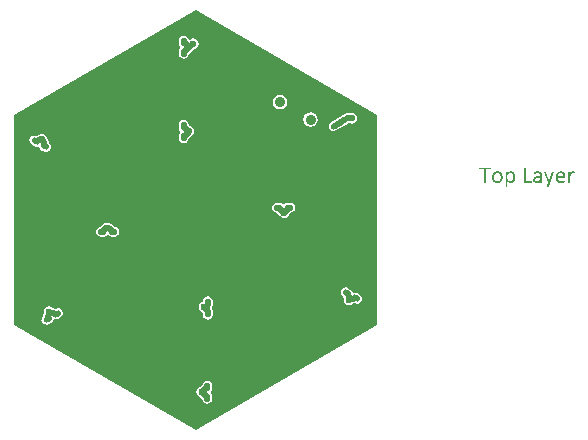
<source format=gtl>
G04*
G04 #@! TF.GenerationSoftware,Altium Limited,Altium Designer,20.1.14 (287)*
G04*
G04 Layer_Physical_Order=1*
G04 Layer_Color=255*
%FSLAX44Y44*%
%MOMM*%
G71*
G04*
G04 #@! TF.SameCoordinates,555A517A-9F76-4A69-B8FD-E90865B7C856*
G04*
G04*
G04 #@! TF.FilePolarity,Positive*
G04*
G01*
G75*
%ADD16O,0.7500X0.5000*%
%ADD17O,0.5000X0.7500*%
G04:AMPARAMS|DCode=18|XSize=0.5mm|YSize=0.75mm|CornerRadius=0mm|HoleSize=0mm|Usage=FLASHONLY|Rotation=120.000|XOffset=0mm|YOffset=0mm|HoleType=Round|Shape=Round|*
%AMOVALD18*
21,1,0.2500,0.5000,0.0000,0.0000,210.0*
1,1,0.5000,0.1082,0.0625*
1,1,0.5000,-0.1082,-0.0625*
%
%ADD18OVALD18*%

G04:AMPARAMS|DCode=19|XSize=0.5mm|YSize=0.75mm|CornerRadius=0mm|HoleSize=0mm|Usage=FLASHONLY|Rotation=60.000|XOffset=0mm|YOffset=0mm|HoleType=Round|Shape=Round|*
%AMOVALD19*
21,1,0.2500,0.5000,0.0000,0.0000,150.0*
1,1,0.5000,0.1082,-0.0625*
1,1,0.5000,-0.1082,0.0625*
%
%ADD19OVALD19*%

%ADD24C,0.5000*%
%ADD25C,0.6000*%
%ADD26C,0.9000*%
G36*
X153846Y88823D02*
Y-88823D01*
X0Y-177645D01*
X-153846Y-88823D01*
Y88823D01*
X0Y177645D01*
X153846Y88823D01*
D02*
G37*
G36*
X267259Y40897D02*
X267490Y40873D01*
X267768Y40827D01*
X268045Y40758D01*
X268323Y40665D01*
X268601Y40526D01*
X268624Y40503D01*
X268717Y40457D01*
X268832Y40364D01*
X268994Y40249D01*
X269179Y40110D01*
X269364Y39925D01*
X269550Y39716D01*
X269711Y39485D01*
X269735Y39462D01*
X269781Y39369D01*
X269874Y39231D01*
X269966Y39046D01*
X270059Y38837D01*
X270174Y38560D01*
X270267Y38282D01*
X270359Y37958D01*
Y37912D01*
X270382Y37796D01*
X270429Y37634D01*
X270475Y37403D01*
X270498Y37125D01*
X270544Y36801D01*
X270568Y36477D01*
Y36107D01*
Y36084D01*
Y36061D01*
Y35991D01*
Y35898D01*
X270544Y35690D01*
Y35389D01*
X270498Y35066D01*
X270452Y34718D01*
X270382Y34348D01*
X270290Y33978D01*
Y33932D01*
X270244Y33816D01*
X270174Y33654D01*
X270105Y33423D01*
X269989Y33191D01*
X269874Y32913D01*
X269711Y32636D01*
X269550Y32381D01*
X269526Y32358D01*
X269457Y32266D01*
X269364Y32150D01*
X269226Y32011D01*
X269040Y31849D01*
X268832Y31687D01*
X268578Y31525D01*
X268323Y31386D01*
X268300Y31363D01*
X268184Y31340D01*
X268045Y31271D01*
X267837Y31224D01*
X267583Y31155D01*
X267305Y31086D01*
X267004Y31062D01*
X266657Y31039D01*
X266518D01*
X266402Y31062D01*
X266171Y31086D01*
X265893Y31132D01*
X265870D01*
X265847Y31155D01*
X265685Y31178D01*
X265477Y31271D01*
X265246Y31363D01*
X265222D01*
X265199Y31386D01*
X265037Y31479D01*
X264829Y31618D01*
X264598Y31780D01*
X264575Y31803D01*
X264551Y31826D01*
X264482Y31895D01*
X264389Y31965D01*
X264181Y32150D01*
X263927Y32404D01*
Y27915D01*
Y27869D01*
X263880Y27800D01*
X263857Y27754D01*
X263741Y27684D01*
X263718D01*
X263672Y27661D01*
X263603Y27638D01*
X263487Y27615D01*
X263394D01*
X263256Y27592D01*
X262816D01*
X262677Y27615D01*
X262654D01*
X262608Y27638D01*
X262446Y27684D01*
X262423D01*
X262399Y27707D01*
X262307Y27800D01*
Y27823D01*
X262284Y27915D01*
Y40457D01*
Y40480D01*
Y40503D01*
X262307Y40596D01*
Y40619D01*
X262330Y40642D01*
X262376Y40665D01*
X262423Y40688D01*
X262446D01*
X262492Y40711D01*
X262561Y40735D01*
X262654Y40758D01*
X262677D01*
X262747Y40781D01*
X263232D01*
X263325Y40758D01*
X263348D01*
X263418Y40735D01*
X263556Y40688D01*
X263580D01*
X263603Y40665D01*
X263649Y40642D01*
X263672Y40596D01*
X263695Y40573D01*
X263718Y40457D01*
Y39254D01*
X263741Y39277D01*
X263788Y39323D01*
X263880Y39393D01*
X263973Y39508D01*
X264227Y39740D01*
X264505Y39971D01*
X264528Y39994D01*
X264575Y40017D01*
X264644Y40087D01*
X264760Y40156D01*
X264991Y40318D01*
X265269Y40480D01*
X265292D01*
X265338Y40526D01*
X265408Y40550D01*
X265523Y40596D01*
X265778Y40711D01*
X266055Y40804D01*
X266079D01*
X266125Y40827D01*
X266217Y40850D01*
X266310Y40873D01*
X266588Y40897D01*
X266912Y40920D01*
X267074D01*
X267259Y40897D01*
D02*
G37*
G36*
X319785Y40897D02*
X319808D01*
X319878Y40873D01*
X319993Y40850D01*
X320109Y40827D01*
X320132D01*
X320225Y40804D01*
X320317Y40781D01*
X320433Y40735D01*
X320456D01*
X320526Y40712D01*
X320595Y40688D01*
X320641Y40642D01*
X320664D01*
X320688Y40619D01*
X320734Y40550D01*
X320757Y40526D01*
Y40434D01*
Y40411D01*
X320780Y40388D01*
Y40318D01*
Y40226D01*
Y40202D01*
X320803Y40133D01*
Y40040D01*
Y39878D01*
Y39832D01*
Y39740D01*
Y39624D01*
X320780Y39508D01*
Y39485D01*
Y39439D01*
X320734Y39277D01*
Y39254D01*
X320711Y39231D01*
X320664Y39138D01*
X320641Y39115D01*
X320549Y39092D01*
X320479D01*
X320340Y39138D01*
X320317D01*
X320271Y39161D01*
X320178Y39207D01*
X320086Y39231D01*
X320063D01*
X319993Y39254D01*
X319901Y39300D01*
X319762Y39323D01*
X319739D01*
X319646Y39346D01*
X319508Y39369D01*
X319322D01*
X319207Y39346D01*
X319068Y39323D01*
X318883Y39254D01*
X318836Y39231D01*
X318744Y39184D01*
X318582Y39069D01*
X318374Y38930D01*
X318327Y38884D01*
X318212Y38768D01*
X318027Y38560D01*
X317818Y38305D01*
X317795Y38282D01*
X317772Y38236D01*
X317703Y38166D01*
X317633Y38050D01*
X317541Y37912D01*
X317448Y37750D01*
X317194Y37380D01*
Y31456D01*
Y31433D01*
Y31409D01*
X317147Y31317D01*
X317124Y31294D01*
X317008Y31224D01*
X316985D01*
X316939Y31201D01*
X316870D01*
X316754Y31178D01*
X316661D01*
X316523Y31155D01*
X316083D01*
X315944Y31178D01*
X315921D01*
X315875Y31201D01*
X315713Y31224D01*
X315690D01*
X315666Y31247D01*
X315574Y31317D01*
Y31363D01*
X315551Y31456D01*
Y40457D01*
Y40480D01*
Y40503D01*
X315574Y40596D01*
X315597Y40619D01*
X315643Y40665D01*
X315690Y40688D01*
X315713D01*
X315759Y40712D01*
X315828Y40735D01*
X315921Y40758D01*
X315944D01*
X316013Y40781D01*
X316523D01*
X316638Y40758D01*
X316661D01*
X316731Y40735D01*
X316800Y40712D01*
X316870Y40688D01*
X316893D01*
X316916Y40665D01*
X316962Y40642D01*
X316985Y40596D01*
X317008Y40573D01*
X317031Y40457D01*
Y39138D01*
X317055Y39161D01*
X317101Y39231D01*
X317170Y39323D01*
X317263Y39462D01*
X317471Y39740D01*
X317726Y40017D01*
X317749Y40040D01*
X317772Y40087D01*
X317934Y40226D01*
X318119Y40388D01*
X318327Y40550D01*
X318351D01*
X318374Y40573D01*
X318512Y40665D01*
X318698Y40758D01*
X318906Y40827D01*
X318929D01*
X318952Y40850D01*
X319091Y40873D01*
X319276Y40897D01*
X319484Y40920D01*
X319669D01*
X319785Y40897D01*
D02*
G37*
G36*
X302986Y40758D02*
X303125Y40735D01*
X303148D01*
X303217Y40711D01*
X303310Y40688D01*
X303379Y40642D01*
X303402Y40619D01*
X303426Y40596D01*
X303449Y40526D01*
X303472Y40457D01*
Y40434D01*
Y40388D01*
X303449Y40272D01*
X303402Y40156D01*
X300186Y31224D01*
X298983Y27939D01*
X298960Y27915D01*
X298913Y27846D01*
X298821Y27754D01*
X298659Y27684D01*
X298613Y27661D01*
X298474Y27638D01*
X298381Y27615D01*
X298265D01*
X298104Y27592D01*
X297780D01*
X297641Y27615D01*
X297502Y27638D01*
X297479D01*
X297432Y27661D01*
X297271Y27730D01*
X297247D01*
X297224Y27777D01*
X297178Y27800D01*
X297155Y27869D01*
Y27892D01*
Y27939D01*
X297178Y28008D01*
X297224Y28101D01*
X298451Y31224D01*
X298404Y31247D01*
X298358Y31294D01*
X298289Y31340D01*
Y31363D01*
X298242Y31409D01*
X298173Y31525D01*
X294980Y40133D01*
X294957Y40179D01*
X294933Y40249D01*
X294910Y40364D01*
X294887Y40457D01*
Y40480D01*
Y40526D01*
X294910Y40596D01*
X294957Y40642D01*
X294980Y40665D01*
X295026Y40688D01*
X295119Y40711D01*
X295234Y40735D01*
X295257D01*
X295373Y40758D01*
X295512Y40781D01*
X296044D01*
X296183Y40758D01*
X296206D01*
X296276Y40735D01*
X296368Y40711D01*
X296437Y40688D01*
X296461D01*
X296507Y40665D01*
X296553Y40642D01*
X296600Y40573D01*
Y40550D01*
X296623Y40526D01*
X296692Y40388D01*
X299261Y33168D01*
X299284D01*
X301783Y40411D01*
Y40434D01*
X301806Y40526D01*
X301852Y40596D01*
X301898Y40665D01*
X301922D01*
X301968Y40688D01*
X302037Y40711D01*
X302153Y40735D01*
X302199D01*
X302292Y40758D01*
X302454Y40781D01*
X302824D01*
X302986Y40758D01*
D02*
G37*
G36*
X278967Y44206D02*
X279106Y44182D01*
X279129D01*
X279199Y44159D01*
X279291Y44136D01*
X279361Y44113D01*
X279384D01*
X279430Y44090D01*
X279476Y44067D01*
X279523Y44021D01*
X279546Y43997D01*
X279569Y43905D01*
Y32705D01*
X284243D01*
X284359Y32659D01*
X284382D01*
X284405Y32636D01*
X284474Y32520D01*
Y32497D01*
X284498Y32451D01*
X284521Y32381D01*
X284544Y32289D01*
Y32266D01*
X284567Y32196D01*
Y32104D01*
Y31965D01*
Y31942D01*
Y31849D01*
Y31733D01*
X284544Y31618D01*
Y31595D01*
X284521Y31548D01*
X284474Y31386D01*
Y31363D01*
X284451Y31340D01*
X284359Y31247D01*
X284312D01*
X284197Y31224D01*
X278435D01*
X278342Y31247D01*
X278204Y31294D01*
X278042Y31363D01*
X278018Y31386D01*
X277949Y31502D01*
X277880Y31664D01*
X277857Y31919D01*
Y43905D01*
Y43928D01*
Y43951D01*
X277880Y44021D01*
Y44044D01*
X277926Y44067D01*
X278018Y44113D01*
X278042D01*
X278088Y44136D01*
X278181Y44159D01*
X278296Y44182D01*
X278319D01*
X278412Y44206D01*
X278551Y44229D01*
X278852D01*
X278967Y44206D01*
D02*
G37*
G36*
X290074Y40897D02*
X290329Y40873D01*
X290606Y40827D01*
X290884Y40758D01*
X291139Y40688D01*
X291162D01*
X291254Y40642D01*
X291370Y40596D01*
X291532Y40526D01*
X291902Y40318D01*
X292087Y40179D01*
X292249Y40040D01*
X292272Y40017D01*
X292319Y39971D01*
X292388Y39878D01*
X292481Y39763D01*
X292573Y39601D01*
X292689Y39416D01*
X292782Y39207D01*
X292851Y38976D01*
Y38953D01*
X292874Y38860D01*
X292920Y38745D01*
X292967Y38560D01*
X292990Y38351D01*
X293036Y38097D01*
X293059Y37819D01*
Y37518D01*
Y31433D01*
Y31409D01*
Y31363D01*
X293013Y31317D01*
X292967Y31271D01*
X292943D01*
X292920Y31247D01*
X292851Y31224D01*
X292735Y31201D01*
X292712D01*
X292643Y31178D01*
X292504Y31155D01*
X292203D01*
X292064Y31178D01*
X291925Y31201D01*
X291902D01*
X291833Y31224D01*
X291763Y31247D01*
X291694Y31271D01*
X291671Y31317D01*
X291648Y31363D01*
X291625Y31433D01*
Y32335D01*
X291601Y32312D01*
X291532Y32243D01*
X291393Y32127D01*
X291254Y31988D01*
X291046Y31826D01*
X290815Y31664D01*
X290583Y31502D01*
X290306Y31363D01*
X290282Y31340D01*
X290190Y31317D01*
X290028Y31271D01*
X289843Y31201D01*
X289611Y31132D01*
X289357Y31086D01*
X289079Y31062D01*
X288778Y31039D01*
X288524D01*
X288339Y31062D01*
X288154Y31086D01*
X287922Y31109D01*
X287482Y31224D01*
X287459D01*
X287390Y31247D01*
X287274Y31294D01*
X287159Y31340D01*
X286835Y31502D01*
X286511Y31733D01*
X286488Y31757D01*
X286441Y31803D01*
X286372Y31872D01*
X286279Y31988D01*
X286187Y32104D01*
X286071Y32266D01*
X285886Y32613D01*
Y32636D01*
X285863Y32705D01*
X285816Y32798D01*
X285793Y32960D01*
X285747Y33122D01*
X285701Y33307D01*
X285678Y33770D01*
Y33793D01*
Y33885D01*
X285701Y34024D01*
X285724Y34209D01*
X285747Y34418D01*
X285816Y34626D01*
X285886Y34857D01*
X285979Y35066D01*
X286002Y35089D01*
X286025Y35158D01*
X286094Y35274D01*
X286210Y35413D01*
X286326Y35551D01*
X286488Y35713D01*
X286649Y35875D01*
X286858Y36014D01*
X286881Y36037D01*
X286973Y36084D01*
X287089Y36153D01*
X287251Y36223D01*
X287459Y36315D01*
X287691Y36408D01*
X287969Y36500D01*
X288269Y36570D01*
X288316D01*
X288431Y36593D01*
X288593Y36639D01*
X288825Y36662D01*
X289102Y36708D01*
X289426Y36732D01*
X289797Y36755D01*
X291416D01*
Y37449D01*
Y37472D01*
Y37541D01*
Y37634D01*
X291393Y37750D01*
X291370Y38050D01*
X291301Y38351D01*
Y38374D01*
X291277Y38421D01*
X291254Y38490D01*
X291208Y38583D01*
X291092Y38814D01*
X290930Y39022D01*
Y39046D01*
X290884Y39069D01*
X290768Y39184D01*
X290560Y39323D01*
X290306Y39439D01*
X290282D01*
X290236Y39462D01*
X290144Y39485D01*
X290051Y39508D01*
X289912Y39531D01*
X289750Y39555D01*
X289357Y39578D01*
X289125D01*
X288987Y39555D01*
X288616Y39508D01*
X288246Y39416D01*
X288223D01*
X288177Y39393D01*
X288084Y39369D01*
X287969Y39323D01*
X287691Y39231D01*
X287413Y39092D01*
X287390D01*
X287344Y39069D01*
X287274Y39046D01*
X287205Y38999D01*
X286997Y38907D01*
X286788Y38791D01*
X286742Y38768D01*
X286649Y38721D01*
X286534Y38675D01*
X286441Y38652D01*
X286395D01*
X286279Y38675D01*
X286256Y38698D01*
X286187Y38791D01*
Y38814D01*
X286164Y38860D01*
X286117Y38999D01*
Y39022D01*
Y39092D01*
Y39184D01*
Y39277D01*
Y39300D01*
Y39323D01*
Y39416D01*
Y39555D01*
X286140Y39670D01*
Y39693D01*
X286187Y39763D01*
X286233Y39855D01*
X286302Y39948D01*
X286326Y39971D01*
X286418Y40040D01*
X286557Y40133D01*
X286765Y40249D01*
X286788D01*
X286835Y40272D01*
X286904Y40318D01*
X286997Y40364D01*
X287228Y40457D01*
X287529Y40573D01*
X287552D01*
X287598Y40596D01*
X287691Y40619D01*
X287806Y40665D01*
X287945Y40688D01*
X288107Y40735D01*
X288477Y40804D01*
X288501D01*
X288570Y40827D01*
X288663Y40850D01*
X288801Y40873D01*
X288940D01*
X289125Y40897D01*
X289496Y40920D01*
X289843D01*
X290074Y40897D01*
D02*
G37*
G36*
X249580Y44113D02*
X249603D01*
X249627Y44090D01*
X249696Y43974D01*
Y43951D01*
X249719Y43905D01*
X249742Y43835D01*
X249765Y43743D01*
Y43720D01*
X249788Y43650D01*
Y43558D01*
Y43419D01*
Y43396D01*
Y43303D01*
Y43187D01*
X249765Y43072D01*
Y43049D01*
X249742Y43002D01*
X249696Y42840D01*
X249673Y42794D01*
X249580Y42725D01*
X249534D01*
X249441Y42702D01*
X245809D01*
Y31456D01*
Y31409D01*
X245762Y31317D01*
X245716Y31294D01*
X245670Y31271D01*
X245600Y31247D01*
X245577D01*
X245531Y31224D01*
X245461D01*
X245346Y31201D01*
X245322D01*
X245230Y31178D01*
X245114Y31155D01*
X244813D01*
X244675Y31178D01*
X244536Y31201D01*
X244513D01*
X244443Y31224D01*
X244258Y31247D01*
X244235D01*
X244212Y31271D01*
X244119Y31317D01*
Y31340D01*
Y31363D01*
X244096Y31456D01*
Y42702D01*
X240394D01*
X240301Y42725D01*
X240255Y42748D01*
X240186Y42840D01*
Y42863D01*
X240163Y42910D01*
Y42979D01*
X240139Y43072D01*
Y43095D01*
Y43164D01*
X240116Y43280D01*
Y43419D01*
Y43442D01*
Y43534D01*
Y43627D01*
X240139Y43743D01*
Y43766D01*
X240163Y43835D01*
X240186Y43974D01*
Y43997D01*
X240209Y44021D01*
X240301Y44113D01*
X240324D01*
X240348Y44136D01*
X240440Y44159D01*
X249488D01*
X249580Y44113D01*
D02*
G37*
G36*
X309442Y40897D02*
X309696Y40873D01*
X309974Y40827D01*
X310275Y40781D01*
X310576Y40688D01*
X310877Y40573D01*
X310900Y40550D01*
X311015Y40503D01*
X311154Y40434D01*
X311316Y40318D01*
X311501Y40202D01*
X311709Y40040D01*
X311918Y39855D01*
X312103Y39647D01*
X312126Y39624D01*
X312172Y39555D01*
X312265Y39416D01*
X312381Y39254D01*
X312496Y39069D01*
X312612Y38837D01*
X312728Y38583D01*
X312820Y38305D01*
Y38282D01*
X312866Y38166D01*
X312890Y38027D01*
X312936Y37819D01*
X312982Y37565D01*
X313005Y37287D01*
X313052Y36986D01*
Y36662D01*
Y36361D01*
Y36338D01*
Y36292D01*
X313028Y36153D01*
X312959Y35968D01*
X312843Y35806D01*
X312820Y35783D01*
X312728Y35737D01*
X312589Y35667D01*
X312404Y35644D01*
X306480D01*
Y35621D01*
Y35505D01*
Y35366D01*
X306503Y35181D01*
Y34973D01*
X306549Y34742D01*
X306619Y34279D01*
Y34256D01*
X306642Y34186D01*
X306688Y34070D01*
X306735Y33932D01*
X306896Y33585D01*
X307128Y33238D01*
X307151Y33214D01*
X307197Y33168D01*
X307267Y33099D01*
X307382Y33006D01*
X307498Y32890D01*
X307660Y32798D01*
X308030Y32590D01*
X308053D01*
X308123Y32566D01*
X308262Y32520D01*
X308424Y32497D01*
X308632Y32451D01*
X308863Y32404D01*
X309118Y32381D01*
X309650D01*
X309812Y32404D01*
X310182Y32428D01*
X310553Y32474D01*
X310576D01*
X310645Y32497D01*
X310738Y32520D01*
X310853Y32543D01*
X311131Y32613D01*
X311432Y32705D01*
X311455D01*
X311501Y32728D01*
X311640Y32798D01*
X311848Y32867D01*
X312033Y32937D01*
X312057D01*
X312080Y32960D01*
X312172Y33006D01*
X312288Y33029D01*
X312404Y33052D01*
X312450D01*
X312519Y33006D01*
X312542D01*
X312566Y32983D01*
X312612Y32890D01*
Y32867D01*
X312635Y32844D01*
X312658Y32705D01*
Y32682D01*
X312681Y32636D01*
Y32520D01*
Y32404D01*
Y32381D01*
Y32335D01*
X312658Y32173D01*
Y32150D01*
Y32127D01*
X312635Y31988D01*
X312612Y31942D01*
X312566Y31849D01*
X312542Y31826D01*
X312496Y31757D01*
X312450Y31710D01*
X312334Y31664D01*
X312172Y31572D01*
X312149D01*
X312126Y31548D01*
X312057Y31525D01*
X311987Y31502D01*
X311756Y31433D01*
X311455Y31340D01*
X311432D01*
X311385Y31317D01*
X311293Y31294D01*
X311177Y31271D01*
X311038Y31247D01*
X310853Y31201D01*
X310460Y31132D01*
X310437D01*
X310367Y31109D01*
X310252D01*
X310113Y31086D01*
X309928Y31062D01*
X309720D01*
X309257Y31039D01*
X309072D01*
X308863Y31062D01*
X308609Y31086D01*
X308285Y31109D01*
X307961Y31178D01*
X307637Y31247D01*
X307313Y31340D01*
X307267Y31363D01*
X307174Y31386D01*
X307012Y31479D01*
X306827Y31572D01*
X306596Y31687D01*
X306364Y31849D01*
X306133Y32034D01*
X305902Y32243D01*
X305878Y32266D01*
X305809Y32358D01*
X305716Y32497D01*
X305578Y32659D01*
X305439Y32890D01*
X305300Y33145D01*
X305161Y33446D01*
X305045Y33770D01*
Y33816D01*
X304999Y33932D01*
X304953Y34117D01*
X304907Y34395D01*
X304860Y34695D01*
X304814Y35066D01*
X304791Y35482D01*
X304768Y35922D01*
Y35945D01*
Y35968D01*
Y36107D01*
X304791Y36338D01*
X304814Y36616D01*
X304837Y36940D01*
X304883Y37287D01*
X304953Y37657D01*
X305045Y38004D01*
X305068Y38050D01*
X305092Y38166D01*
X305161Y38328D01*
X305277Y38560D01*
X305392Y38791D01*
X305531Y39069D01*
X305716Y39323D01*
X305902Y39578D01*
X305925Y39601D01*
X305994Y39693D01*
X306133Y39809D01*
X306295Y39948D01*
X306480Y40110D01*
X306711Y40272D01*
X306989Y40434D01*
X307267Y40573D01*
X307313Y40596D01*
X307406Y40619D01*
X307568Y40688D01*
X307799Y40758D01*
X308053Y40804D01*
X308377Y40873D01*
X308701Y40897D01*
X309072Y40920D01*
X309257D01*
X309442Y40897D01*
D02*
G37*
G36*
X255828D02*
X256082Y40873D01*
X256383Y40827D01*
X256707Y40781D01*
X257031Y40688D01*
X257355Y40573D01*
X257401Y40550D01*
X257494Y40503D01*
X257656Y40434D01*
X257841Y40341D01*
X258072Y40202D01*
X258304Y40040D01*
X258535Y39855D01*
X258743Y39624D01*
X258766Y39601D01*
X258836Y39508D01*
X258929Y39369D01*
X259067Y39207D01*
X259183Y38976D01*
X259322Y38721D01*
X259461Y38421D01*
X259576Y38097D01*
X259600Y38050D01*
X259623Y37935D01*
X259669Y37750D01*
X259715Y37495D01*
X259762Y37194D01*
X259808Y36847D01*
X259854Y36477D01*
Y36061D01*
Y36037D01*
Y36014D01*
Y35875D01*
X259831Y35667D01*
X259808Y35413D01*
X259785Y35089D01*
X259738Y34765D01*
X259646Y34395D01*
X259553Y34047D01*
X259530Y34001D01*
X259507Y33885D01*
X259438Y33723D01*
X259322Y33492D01*
X259206Y33261D01*
X259067Y32983D01*
X258882Y32705D01*
X258674Y32451D01*
X258651Y32428D01*
X258581Y32335D01*
X258443Y32219D01*
X258281Y32081D01*
X258072Y31895D01*
X257841Y31733D01*
X257563Y31572D01*
X257239Y31409D01*
X257193Y31386D01*
X257077Y31363D01*
X256915Y31294D01*
X256661Y31224D01*
X256383Y31155D01*
X256036Y31109D01*
X255666Y31062D01*
X255249Y31039D01*
X255064D01*
X254856Y31062D01*
X254601Y31086D01*
X254277Y31109D01*
X253953Y31178D01*
X253630Y31247D01*
X253306Y31363D01*
X253259Y31386D01*
X253167Y31433D01*
X253005Y31502D01*
X252820Y31595D01*
X252612Y31733D01*
X252380Y31895D01*
X252149Y32104D01*
X251917Y32312D01*
X251894Y32335D01*
X251825Y32428D01*
X251732Y32566D01*
X251616Y32728D01*
X251478Y32960D01*
X251362Y33214D01*
X251223Y33515D01*
X251107Y33839D01*
Y33885D01*
X251061Y34001D01*
X251038Y34186D01*
X250992Y34441D01*
X250945Y34742D01*
X250899Y35089D01*
X250876Y35459D01*
X250853Y35875D01*
Y35898D01*
Y35922D01*
Y36061D01*
X250876Y36269D01*
X250899Y36546D01*
X250922Y36870D01*
X250969Y37194D01*
X251038Y37565D01*
X251131Y37912D01*
X251154Y37958D01*
X251177Y38074D01*
X251246Y38236D01*
X251339Y38467D01*
X251455Y38698D01*
X251616Y38976D01*
X251778Y39254D01*
X251987Y39508D01*
X252010Y39531D01*
X252102Y39624D01*
X252218Y39740D01*
X252380Y39902D01*
X252588Y40064D01*
X252843Y40226D01*
X253120Y40411D01*
X253421Y40550D01*
X253468Y40573D01*
X253583Y40619D01*
X253745Y40665D01*
X254000Y40735D01*
X254301Y40804D01*
X254625Y40873D01*
X255018Y40897D01*
X255434Y40920D01*
X255620D01*
X255828Y40897D01*
D02*
G37*
%LPC*%
G36*
X-10160Y155828D02*
X-11721Y155518D01*
X-13044Y154634D01*
X-13928Y153311D01*
X-14238Y151750D01*
Y149250D01*
X-13928Y147689D01*
X-13044Y146366D01*
Y145634D01*
X-13928Y144311D01*
X-14238Y142750D01*
Y140250D01*
X-13928Y138689D01*
X-13044Y137366D01*
X-11721Y136482D01*
X-10160Y136172D01*
X-8599Y136482D01*
X-7276Y137366D01*
X-6392Y138689D01*
X-6175Y139779D01*
X-6045Y139866D01*
X-2786Y143126D01*
X-2786Y143126D01*
X-1375Y144536D01*
X-244Y144761D01*
X1244Y145756D01*
X2239Y147244D01*
X2588Y149000D01*
X2239Y150756D01*
X1244Y152244D01*
X-244Y153239D01*
X-2000Y153588D01*
X-3756Y153239D01*
X-4940Y152448D01*
X-5982Y152714D01*
X-6316Y152927D01*
X-6392Y153311D01*
X-7276Y154634D01*
X-8599Y155518D01*
X-10160Y155828D01*
D02*
G37*
G36*
X71275Y105871D02*
X68934Y105406D01*
X66949Y104080D01*
X65623Y102095D01*
X65157Y99754D01*
X65623Y97413D01*
X66949Y95428D01*
X68934Y94102D01*
X71275Y93637D01*
X73616Y94102D01*
X75601Y95428D01*
X76927Y97413D01*
X77392Y99754D01*
X76927Y102095D01*
X75601Y104080D01*
X73616Y105406D01*
X71275Y105871D01*
D02*
G37*
G36*
X132000Y90588D02*
X130244Y90239D01*
X130004Y90078D01*
X127675D01*
X126114Y89768D01*
X124791Y88884D01*
X124361Y88241D01*
X122352Y87081D01*
X114557Y82581D01*
X113361Y81531D01*
X112657Y80104D01*
X112553Y78517D01*
X113065Y77010D01*
X114114Y75813D01*
X115541Y75109D01*
X117129Y75005D01*
X118636Y75517D01*
X128595Y81267D01*
X129342Y81922D01*
X130004D01*
X130244Y81761D01*
X132000Y81412D01*
X133756Y81761D01*
X135244Y82756D01*
X136239Y84244D01*
X136588Y86000D01*
X136239Y87756D01*
X135244Y89244D01*
X133756Y90239D01*
X132000Y90588D01*
D02*
G37*
G36*
X97255Y90871D02*
X94914Y90406D01*
X92930Y89080D01*
X91604Y87095D01*
X91138Y84754D01*
X91604Y82413D01*
X92930Y80428D01*
X94914Y79102D01*
X97255Y78636D01*
X99597Y79102D01*
X101581Y80428D01*
X102907Y82413D01*
X103373Y84754D01*
X102907Y87095D01*
X101581Y89080D01*
X99597Y90406D01*
X97255Y90871D01*
D02*
G37*
G36*
X-130000Y72588D02*
X-131756Y72239D01*
X-132759Y71568D01*
X-135206Y70913D01*
X-136184Y71245D01*
X-137771Y71141D01*
X-139199Y70437D01*
X-140248Y69240D01*
X-140759Y67733D01*
X-140655Y66146D01*
X-139951Y64718D01*
X-138755Y63669D01*
X-137673Y63044D01*
X-137673Y63044D01*
X-137672Y63044D01*
X-136590Y62419D01*
X-135083Y61908D01*
X-133495Y62012D01*
X-132861Y61646D01*
X-132157Y60218D01*
X-130961Y59169D01*
X-129878Y58544D01*
X-129878Y58544D01*
X-129878Y58544D01*
X-128796Y57919D01*
X-127289Y57408D01*
X-125701Y57512D01*
X-124274Y58216D01*
X-123225Y59412D01*
X-122713Y60919D01*
X-122817Y62507D01*
X-123521Y63934D01*
X-124297Y64615D01*
X-125382Y68664D01*
X-125653Y69214D01*
X-125761Y69756D01*
X-126756Y71244D01*
X-128244Y72239D01*
X-130000Y72588D01*
D02*
G37*
G36*
X-10160Y84328D02*
X-11721Y84018D01*
X-13044Y83134D01*
X-13928Y81811D01*
X-14238Y80250D01*
Y77750D01*
X-13928Y76189D01*
X-13044Y74866D01*
X-13411Y73584D01*
X-13928Y72811D01*
X-14238Y71250D01*
Y70000D01*
X-14238Y70000D01*
X-14238Y70000D01*
Y68750D01*
X-13928Y67189D01*
X-13044Y65866D01*
X-11721Y64982D01*
X-10160Y64672D01*
X-8599Y64982D01*
X-7276Y65866D01*
X-6392Y67189D01*
X-6191Y68202D01*
X-3116Y71276D01*
X-2828Y71707D01*
X-2756Y71756D01*
X-1761Y73244D01*
X-1412Y75000D01*
X-1761Y76756D01*
X-2756Y78244D01*
X-4244Y79239D01*
X-5408Y79470D01*
X-6082Y80144D01*
Y80250D01*
X-6392Y81811D01*
X-7276Y83134D01*
X-8599Y84018D01*
X-10160Y84328D01*
D02*
G37*
G36*
X80250Y14238D02*
X77750D01*
X76189Y13928D01*
X74866Y13044D01*
X74134D01*
X72811Y13928D01*
X71250Y14238D01*
X68750D01*
X67189Y13928D01*
X65866Y13044D01*
X64982Y11721D01*
X64672Y10160D01*
X64982Y8599D01*
X65866Y7276D01*
X67189Y6392D01*
X68264Y6178D01*
X68366Y6026D01*
X71616Y2776D01*
X71616Y2776D01*
X72939Y1892D01*
X73094Y1861D01*
X73244Y1761D01*
X75000Y1412D01*
X76756Y1761D01*
X78244Y2756D01*
X79239Y4244D01*
X79335Y4727D01*
X80798Y6191D01*
X81811Y6392D01*
X83134Y7276D01*
X84018Y8599D01*
X84328Y10160D01*
X84018Y11721D01*
X83134Y13044D01*
X81811Y13928D01*
X80250Y14238D01*
D02*
G37*
G36*
X-75000Y-2412D02*
X-76756Y-2761D01*
X-78244Y-3756D01*
X-78293Y-3828D01*
X-78724Y-4116D01*
X-80798Y-6191D01*
X-81811Y-6392D01*
X-83134Y-7276D01*
X-84018Y-8599D01*
X-84328Y-10160D01*
X-84018Y-11721D01*
X-83134Y-13044D01*
X-81811Y-13928D01*
X-80250Y-14238D01*
X-79000D01*
X-79000Y-14238D01*
X-79000Y-14238D01*
X-77750D01*
X-76189Y-13928D01*
X-74866Y-13044D01*
X-74134D01*
X-72811Y-13928D01*
X-71250Y-14238D01*
X-70000D01*
X-70000Y-14238D01*
X-70000Y-14238D01*
X-68750D01*
X-67189Y-13928D01*
X-65866Y-13044D01*
X-64982Y-11721D01*
X-64672Y-10160D01*
X-64982Y-8599D01*
X-65866Y-7276D01*
X-67189Y-6392D01*
X-68202Y-6191D01*
X-70276Y-4116D01*
X-71599Y-3232D01*
X-72938Y-2966D01*
X-73244Y-2761D01*
X-75000Y-2412D01*
D02*
G37*
G36*
X127289Y-57408D02*
X125701Y-57512D01*
X124274Y-58216D01*
X123225Y-59412D01*
X122713Y-60919D01*
X122817Y-62507D01*
X123521Y-63934D01*
X124717Y-64983D01*
X125050Y-65175D01*
X125761Y-66244D01*
X125412Y-68000D01*
X125761Y-69756D01*
X126756Y-71244D01*
X128244Y-72239D01*
X130000Y-72588D01*
X131756Y-72239D01*
X133244Y-71244D01*
X133508Y-70850D01*
X134044D01*
X134044Y-70850D01*
X134665Y-70726D01*
X134677Y-70733D01*
X136184Y-71245D01*
X137771Y-71141D01*
X139199Y-70437D01*
X140248Y-69240D01*
X140759Y-67733D01*
X140655Y-66146D01*
X139951Y-64718D01*
X138755Y-63669D01*
X138137Y-63313D01*
X138049Y-63224D01*
X136726Y-62340D01*
X135834Y-62162D01*
X135083Y-61908D01*
X133495Y-62012D01*
X133366Y-62075D01*
X132884Y-61353D01*
X132884Y-61353D01*
X132554Y-61024D01*
X132157Y-60218D01*
X130961Y-59169D01*
X128796Y-57919D01*
X127289Y-57408D01*
D02*
G37*
G36*
X-124000Y-73412D02*
X-125756Y-73761D01*
X-127244Y-74756D01*
X-128239Y-76244D01*
X-128588Y-78000D01*
X-128355Y-79171D01*
X-129015Y-81636D01*
X-129791Y-82316D01*
X-130495Y-83743D01*
X-130599Y-85331D01*
X-130088Y-86838D01*
X-129039Y-88034D01*
X-127611Y-88738D01*
X-126024Y-88842D01*
X-124517Y-88331D01*
X-123434Y-87706D01*
X-123434Y-87706D01*
X-123434Y-87706D01*
X-122352Y-87081D01*
X-121155Y-86032D01*
X-120451Y-84604D01*
X-119817Y-84238D01*
X-118229Y-84342D01*
X-116722Y-83831D01*
X-114557Y-82581D01*
X-113361Y-81531D01*
X-112657Y-80104D01*
X-112553Y-78517D01*
X-113065Y-77010D01*
X-114114Y-75813D01*
X-115541Y-75109D01*
X-117129Y-75005D01*
X-118106Y-75337D01*
X-121077Y-74541D01*
X-122244Y-73761D01*
X-124000Y-73412D01*
D02*
G37*
G36*
X10160Y-64922D02*
X8599Y-65232D01*
X7276Y-66116D01*
X6392Y-67439D01*
X6082Y-69000D01*
Y-69594D01*
X5244Y-69761D01*
X3756Y-70756D01*
X2761Y-72244D01*
X2412Y-74000D01*
X2761Y-75756D01*
X3756Y-77244D01*
X5244Y-78239D01*
X5727Y-78335D01*
X6082Y-78689D01*
Y-79250D01*
X6082Y-79250D01*
Y-80500D01*
X6392Y-82061D01*
X7276Y-83384D01*
X8599Y-84268D01*
X10160Y-84578D01*
X11721Y-84268D01*
X13044Y-83384D01*
X13928Y-82061D01*
X14238Y-80500D01*
Y-78000D01*
X14238Y-78000D01*
Y-77000D01*
X13928Y-75439D01*
X13467Y-74750D01*
X13928Y-74061D01*
X14238Y-72500D01*
X14238Y-72500D01*
Y-69000D01*
X13928Y-67439D01*
X13044Y-66116D01*
X11721Y-65232D01*
X10160Y-64922D01*
D02*
G37*
G36*
X9633Y-136273D02*
X8072Y-136584D01*
X6749Y-137468D01*
X5865Y-138791D01*
X5651Y-139866D01*
X5499Y-139968D01*
X5499Y-139968D01*
X3821Y-141646D01*
X3244Y-141761D01*
X1756Y-142756D01*
X761Y-144244D01*
X412Y-146000D01*
X761Y-147756D01*
X1756Y-149244D01*
X3244Y-150239D01*
X3990Y-150387D01*
X5579Y-151977D01*
X5865Y-153413D01*
X6749Y-154736D01*
X8072Y-155620D01*
X9633Y-155930D01*
X11194Y-155620D01*
X12517Y-154736D01*
X13401Y-153413D01*
X13711Y-151852D01*
Y-149352D01*
X13401Y-147791D01*
X12517Y-146468D01*
X12884Y-145186D01*
X13401Y-144412D01*
X13711Y-142852D01*
Y-140352D01*
X13401Y-138791D01*
X12517Y-137468D01*
X11194Y-136584D01*
X9633Y-136273D01*
D02*
G37*
G36*
X266611Y39508D02*
X266565D01*
X266402Y39485D01*
X266194Y39462D01*
X265963Y39393D01*
X265940D01*
X265917Y39369D01*
X265778Y39323D01*
X265569Y39231D01*
X265338Y39092D01*
X265315D01*
X265292Y39046D01*
X265222Y38999D01*
X265130Y38953D01*
X264898Y38768D01*
X264644Y38536D01*
X264621Y38513D01*
X264575Y38490D01*
X264505Y38398D01*
X264436Y38305D01*
X264204Y38050D01*
X263927Y37727D01*
Y34163D01*
X263950Y34117D01*
X264042Y34024D01*
X264181Y33885D01*
X264343Y33700D01*
X264528Y33492D01*
X264736Y33284D01*
X264968Y33075D01*
X265199Y32890D01*
X265222Y32867D01*
X265315Y32821D01*
X265431Y32752D01*
X265593Y32682D01*
X265801Y32590D01*
X266009Y32520D01*
X266241Y32474D01*
X266495Y32451D01*
X266611D01*
X266726Y32474D01*
X266865Y32497D01*
X267212Y32566D01*
X267397Y32636D01*
X267560Y32728D01*
X267583Y32752D01*
X267629Y32775D01*
X267722Y32844D01*
X267837Y32937D01*
X267953Y33052D01*
X268069Y33191D01*
X268300Y33538D01*
X268323Y33561D01*
X268346Y33631D01*
X268393Y33723D01*
X268462Y33862D01*
X268531Y34024D01*
X268601Y34232D01*
X268717Y34649D01*
Y34672D01*
X268740Y34765D01*
X268763Y34880D01*
X268786Y35042D01*
X268809Y35227D01*
X268832Y35459D01*
X268855Y35922D01*
Y35945D01*
Y36037D01*
Y36176D01*
X268832Y36338D01*
Y36546D01*
X268809Y36755D01*
X268740Y37241D01*
Y37264D01*
X268717Y37356D01*
X268693Y37472D01*
X268647Y37634D01*
X268601Y37819D01*
X268531Y38004D01*
X268369Y38398D01*
Y38421D01*
X268323Y38490D01*
X268277Y38583D01*
X268184Y38698D01*
X267976Y38953D01*
X267675Y39207D01*
X267652Y39231D01*
X267606Y39254D01*
X267513Y39300D01*
X267397Y39369D01*
X267236Y39416D01*
X267050Y39462D01*
X266842Y39485D01*
X266611Y39508D01*
D02*
G37*
G36*
X291416Y35575D02*
X289750D01*
X289588Y35551D01*
X289403D01*
X289195Y35528D01*
X288801Y35459D01*
X288778D01*
X288732Y35436D01*
X288640Y35413D01*
X288524Y35366D01*
X288246Y35274D01*
X287992Y35112D01*
X287969D01*
X287945Y35066D01*
X287806Y34950D01*
X287645Y34788D01*
X287506Y34556D01*
Y34533D01*
X287482Y34510D01*
X287459Y34441D01*
X287436Y34348D01*
X287390Y34117D01*
X287367Y33839D01*
Y33816D01*
Y33723D01*
X287390Y33608D01*
X287413Y33446D01*
X287482Y33261D01*
X287552Y33075D01*
X287668Y32890D01*
X287806Y32728D01*
X287830Y32705D01*
X287899Y32659D01*
X287992Y32613D01*
X288130Y32543D01*
X288292Y32451D01*
X288501Y32404D01*
X288755Y32358D01*
X289033Y32335D01*
X289149D01*
X289264Y32358D01*
X289426Y32381D01*
X289611Y32404D01*
X289820Y32474D01*
X290028Y32543D01*
X290236Y32659D01*
X290259Y32682D01*
X290329Y32728D01*
X290444Y32798D01*
X290583Y32913D01*
X290768Y33052D01*
X290977Y33214D01*
X291185Y33423D01*
X291416Y33654D01*
Y35575D01*
D02*
G37*
G36*
X309002Y39624D02*
X308771D01*
X308632Y39601D01*
X308285Y39531D01*
X307915Y39393D01*
X307892D01*
X307845Y39346D01*
X307753Y39300D01*
X307637Y39231D01*
X307382Y39022D01*
X307128Y38768D01*
X307105Y38745D01*
X307082Y38698D01*
X307012Y38629D01*
X306966Y38513D01*
X306873Y38398D01*
X306804Y38236D01*
X306642Y37889D01*
Y37865D01*
X306619Y37796D01*
X306596Y37703D01*
X306572Y37565D01*
X306526Y37403D01*
X306503Y37241D01*
X306480Y36847D01*
X311385D01*
Y36870D01*
Y36917D01*
Y36963D01*
Y37055D01*
X311362Y37287D01*
X311316Y37588D01*
X311247Y37912D01*
X311131Y38259D01*
X310992Y38583D01*
X310784Y38884D01*
X310761Y38907D01*
X310668Y38999D01*
X310529Y39115D01*
X310344Y39254D01*
X310090Y39393D01*
X309789Y39508D01*
X309419Y39601D01*
X309002Y39624D01*
D02*
G37*
G36*
X255365Y39531D02*
X255249D01*
X255110Y39508D01*
X254925D01*
X254740Y39462D01*
X254509Y39416D01*
X254301Y39346D01*
X254092Y39254D01*
X254069D01*
X254000Y39207D01*
X253907Y39138D01*
X253792Y39069D01*
X253514Y38837D01*
X253236Y38513D01*
X253213Y38490D01*
X253190Y38421D01*
X253120Y38328D01*
X253051Y38212D01*
X252959Y38050D01*
X252866Y37842D01*
X252797Y37634D01*
X252727Y37403D01*
Y37380D01*
X252704Y37287D01*
X252681Y37148D01*
X252658Y36986D01*
X252612Y36778D01*
X252588Y36523D01*
X252565Y36269D01*
Y35991D01*
Y35968D01*
Y35875D01*
Y35713D01*
X252588Y35551D01*
Y35320D01*
X252612Y35089D01*
X252681Y34603D01*
Y34580D01*
X252704Y34487D01*
X252750Y34371D01*
X252797Y34209D01*
X252935Y33862D01*
X253144Y33469D01*
X253167Y33446D01*
X253213Y33400D01*
X253283Y33307D01*
X253375Y33191D01*
X253491Y33075D01*
X253653Y32937D01*
X254000Y32705D01*
X254023D01*
X254092Y32659D01*
X254208Y32613D01*
X254370Y32566D01*
X254555Y32520D01*
X254787Y32474D01*
X255041Y32451D01*
X255319Y32428D01*
X255434D01*
X255573Y32451D01*
X255758D01*
X255967Y32497D01*
X256175Y32543D01*
X256383Y32590D01*
X256591Y32682D01*
X256615Y32705D01*
X256684Y32728D01*
X256777Y32798D01*
X256892Y32867D01*
X257193Y33099D01*
X257471Y33400D01*
X257494Y33423D01*
X257517Y33492D01*
X257586Y33585D01*
X257656Y33723D01*
X257748Y33885D01*
X257841Y34070D01*
X257910Y34279D01*
X257980Y34510D01*
Y34533D01*
X258003Y34626D01*
X258026Y34765D01*
X258072Y34950D01*
X258095Y35158D01*
X258119Y35389D01*
X258142Y35945D01*
Y35968D01*
Y36061D01*
Y36223D01*
X258119Y36408D01*
Y36616D01*
X258095Y36847D01*
X258003Y37333D01*
Y37356D01*
X257980Y37449D01*
X257934Y37565D01*
X257887Y37727D01*
X257748Y38097D01*
X257540Y38467D01*
X257517Y38490D01*
X257494Y38560D01*
X257425Y38629D01*
X257332Y38745D01*
X257216Y38860D01*
X257054Y38999D01*
X256892Y39115D01*
X256707Y39231D01*
X256684Y39254D01*
X256615Y39277D01*
X256499Y39323D01*
X256337Y39393D01*
X256152Y39439D01*
X255920Y39485D01*
X255666Y39508D01*
X255365Y39531D01*
D02*
G37*
%LPD*%
D16*
X79000Y10160D02*
D03*
Y-10160D02*
D03*
X70000Y10160D02*
D03*
Y-10160D02*
D03*
X-79000D02*
D03*
Y10160D02*
D03*
X-70000Y-10160D02*
D03*
Y10160D02*
D03*
D17*
X10160Y-79250D02*
D03*
X-10160D02*
D03*
X10160Y-70250D02*
D03*
X-10160D02*
D03*
X-10160Y79000D02*
D03*
X10160D02*
D03*
X-10160Y70000D02*
D03*
X10160D02*
D03*
X9633Y-150602D02*
D03*
X-10687D02*
D03*
X9633Y-141602D02*
D03*
X-10687D02*
D03*
X-10160Y150500D02*
D03*
X10160D02*
D03*
X-10160Y141500D02*
D03*
X10160D02*
D03*
D18*
X125473Y84174D02*
D03*
X135633Y66576D02*
D03*
X117679Y79674D02*
D03*
X127839Y62076D02*
D03*
X-125473Y-84174D02*
D03*
X-135633Y-66576D02*
D03*
X-117679Y-79674D02*
D03*
X-127839Y-62076D02*
D03*
D19*
X135633Y-66576D02*
D03*
X125473Y-84174D02*
D03*
X127839Y-62076D02*
D03*
X117679Y-79674D02*
D03*
X-135633Y66576D02*
D03*
X-125473Y84174D02*
D03*
X-127839Y62076D02*
D03*
X-117679Y79674D02*
D03*
D24*
X-5670Y146010D02*
X-2679Y149000D01*
X-8929Y142750D02*
X-5670Y146010D01*
X-10160Y149250D02*
X-8910D01*
X-6000Y146340D01*
X-10160Y149250D02*
Y150500D01*
X-2679Y149000D02*
X-2000D01*
X-75840Y-7000D02*
X-75000D01*
X-79000Y-10160D02*
X-75840Y-7000D01*
X-75000D02*
X-73160D01*
X-70000Y-10160D01*
X127675Y86000D02*
X132000D01*
X-6705Y75000D02*
X-6000D01*
X-10160Y77750D02*
Y79000D01*
Y77750D02*
X-9455D01*
X-6705Y75000D01*
X71250Y8910D02*
Y10160D01*
X74500Y5660D02*
X79000Y10160D01*
X130000Y-68000D02*
Y-64237D01*
X8383Y-142852D02*
X9633D01*
X5793Y-146423D02*
Y-145442D01*
X8722Y-149352D02*
X9633D01*
X-10160Y142750D02*
X-8929D01*
X-125473Y-84174D02*
X-123831Y-78045D01*
X-6000Y74160D02*
Y75000D01*
X-123831Y-78045D02*
X-123826Y-78027D01*
X-123831Y-78045D02*
Y-78045D01*
X-123831Y-78045D02*
X-123831Y-78045D01*
X-10160Y70000D02*
X-6000Y74160D01*
X70000Y10160D02*
X71250D01*
Y8910D02*
X74500Y5660D01*
X135165Y-66108D02*
X135633Y-66576D01*
X134707Y-66108D02*
X135165D01*
X134044Y-66771D02*
X134707Y-66108D01*
X131229Y-66771D02*
X134044D01*
X130000Y-68000D02*
X131229Y-66771D01*
X127839Y-62076D02*
X130000Y-64237D01*
X9633Y-150602D02*
Y-149352D01*
X5793Y-146423D02*
X8722Y-149352D01*
X9633Y-142852D02*
Y-141602D01*
X5793Y-145442D02*
X8383Y-142852D01*
X-130000Y68000D02*
X-129321Y67608D01*
X-130101Y68059D02*
X-130000Y68000D01*
X10160Y-72500D02*
Y-70250D01*
X7910Y-74750D02*
X10160Y-72500D01*
X10160Y-79250D02*
Y-77000D01*
X7910Y-74750D02*
X10160Y-77000D01*
X-123826Y-78027D02*
X-117679Y-79674D01*
X-135633Y66576D02*
X-130101Y68059D01*
X-129321Y67608D02*
X-127839Y62076D01*
X-10160Y141500D02*
Y142750D01*
X117679Y79674D02*
X125473Y84174D01*
X117679Y79674D02*
X121862Y82089D01*
D25*
X-2000Y149000D02*
D03*
X-75000Y-7000D02*
D03*
X132000Y86000D02*
D03*
X4000Y75000D02*
D03*
X-6000D02*
D03*
X75000Y6000D02*
D03*
X130000Y-68000D02*
D03*
X5000Y-146000D02*
D03*
X7000Y-74000D02*
D03*
X-124000Y-78000D02*
D03*
X-130000Y68000D02*
D03*
D26*
X71275Y99754D02*
D03*
X97255Y84754D02*
D03*
M02*

</source>
